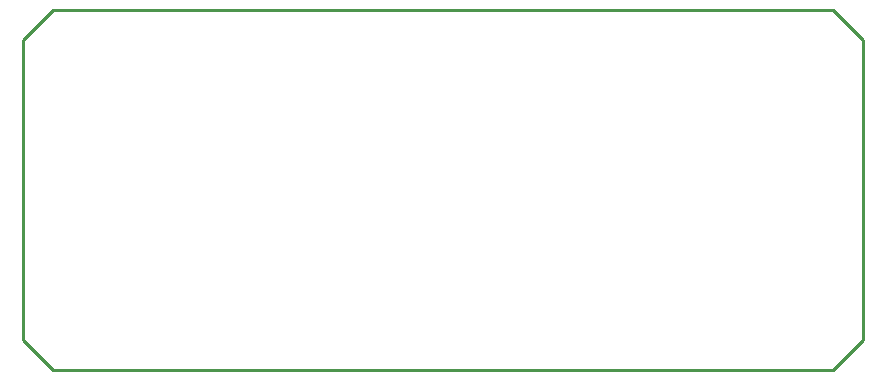
<source format=gko>
G04 start of page 4 for group 2 idx 6 *
G04 Title: (unknown), outline *
G04 Creator: pcb v4.3.0-g9dea9f5a *
G04 CreationDate: Fri Oct 27 19:37:28 2023 UTC *
G04 For: steve *
G04 Format: Gerber/RS-274X *
G04 PCB-Dimensions (mil): 3200.00 1400.00 *
G04 PCB-Coordinate-Origin: lower left *
%MOIN*%
%FSLAX25Y25*%
%LNGKO*%
%ADD37C,0.0100*%
G54D37*X40000Y22500D02*Y110000D01*
Y100000D01*
Y20000D02*Y27500D01*
Y105000D02*Y120000D01*
X50000Y130000D01*
X40000Y25000D02*Y20000D01*
X320000Y110000D02*Y20000D01*
X310000Y10000D01*
X312500Y12500D01*
X310000Y130000D02*X320000Y120000D01*
Y105000D01*
X50000Y130000D02*X72500D01*
X70000D02*X82500D01*
X310000D01*
X40000Y20000D02*X50000Y10000D01*
X72500D01*
X67500D02*X82500D01*
X310000D01*
M02*

</source>
